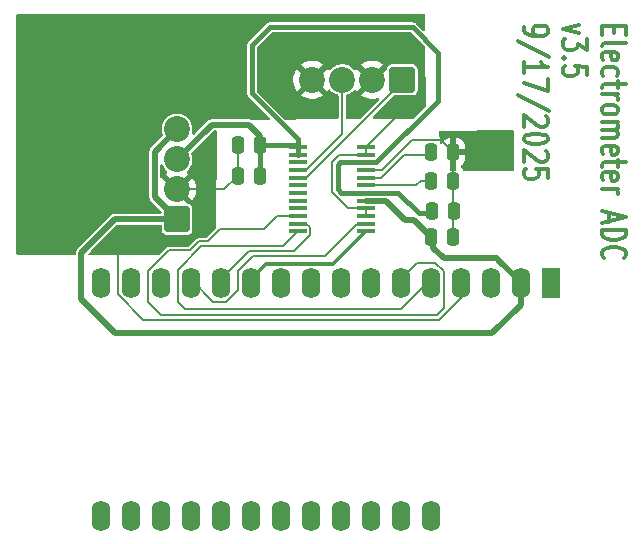
<source format=gbr>
%TF.GenerationSoftware,KiCad,Pcbnew,9.0.3*%
%TF.CreationDate,2025-09-23T16:22:55-07:00*%
%TF.ProjectId,ADC_and_voltage_boost,4144435f-616e-4645-9f76-6f6c74616765,v2.0*%
%TF.SameCoordinates,Original*%
%TF.FileFunction,Copper,L1,Top*%
%TF.FilePolarity,Positive*%
%FSLAX46Y46*%
G04 Gerber Fmt 4.6, Leading zero omitted, Abs format (unit mm)*
G04 Created by KiCad (PCBNEW 9.0.3) date 2025-09-23 16:22:55*
%MOMM*%
%LPD*%
G01*
G04 APERTURE LIST*
G04 Aperture macros list*
%AMRoundRect*
0 Rectangle with rounded corners*
0 $1 Rounding radius*
0 $2 $3 $4 $5 $6 $7 $8 $9 X,Y pos of 4 corners*
0 Add a 4 corners polygon primitive as box body*
4,1,4,$2,$3,$4,$5,$6,$7,$8,$9,$2,$3,0*
0 Add four circle primitives for the rounded corners*
1,1,$1+$1,$2,$3*
1,1,$1+$1,$4,$5*
1,1,$1+$1,$6,$7*
1,1,$1+$1,$8,$9*
0 Add four rect primitives between the rounded corners*
20,1,$1+$1,$2,$3,$4,$5,0*
20,1,$1+$1,$4,$5,$6,$7,0*
20,1,$1+$1,$6,$7,$8,$9,0*
20,1,$1+$1,$8,$9,$2,$3,0*%
G04 Aperture macros list end*
%ADD10C,0.300000*%
%TA.AperFunction,NonConductor*%
%ADD11C,0.300000*%
%TD*%
%TA.AperFunction,SMDPad,CuDef*%
%ADD12RoundRect,0.051250X-0.698750X-0.153750X0.698750X-0.153750X0.698750X0.153750X-0.698750X0.153750X0*%
%TD*%
%TA.AperFunction,SMDPad,CuDef*%
%ADD13RoundRect,0.250000X0.250000X0.475000X-0.250000X0.475000X-0.250000X-0.475000X0.250000X-0.475000X0*%
%TD*%
%TA.AperFunction,ComponentPad*%
%ADD14RoundRect,0.250000X-0.550000X1.050000X-0.550000X-1.050000X0.550000X-1.050000X0.550000X1.050000X0*%
%TD*%
%TA.AperFunction,ComponentPad*%
%ADD15O,1.600000X2.600000*%
%TD*%
%TA.AperFunction,ComponentPad*%
%ADD16RoundRect,0.249999X0.850001X0.850001X-0.850001X0.850001X-0.850001X-0.850001X0.850001X-0.850001X0*%
%TD*%
%TA.AperFunction,ComponentPad*%
%ADD17C,2.200000*%
%TD*%
%TA.AperFunction,SMDPad,CuDef*%
%ADD18RoundRect,0.250000X-0.250000X-0.475000X0.250000X-0.475000X0.250000X0.475000X-0.250000X0.475000X0*%
%TD*%
%TA.AperFunction,ComponentPad*%
%ADD19RoundRect,0.249999X0.850001X-0.850001X0.850001X0.850001X-0.850001X0.850001X-0.850001X-0.850001X0*%
%TD*%
%TA.AperFunction,ViaPad*%
%ADD20C,1.000000*%
%TD*%
%TA.AperFunction,Conductor*%
%ADD21C,0.200000*%
%TD*%
%TA.AperFunction,Conductor*%
%ADD22C,0.500000*%
%TD*%
%TA.AperFunction,Conductor*%
%ADD23C,0.300000*%
%TD*%
%TA.AperFunction,Conductor*%
%ADD24C,0.400000*%
%TD*%
G04 APERTURE END LIST*
D10*
D11*
X173549060Y-82989415D02*
X173549060Y-83506082D01*
X172475250Y-83727510D02*
X172475250Y-82989415D01*
X172475250Y-82989415D02*
X174525250Y-82989415D01*
X174525250Y-82989415D02*
X174525250Y-83727510D01*
X172475250Y-84613225D02*
X172572870Y-84465606D01*
X172572870Y-84465606D02*
X172768108Y-84391796D01*
X172768108Y-84391796D02*
X174525250Y-84391796D01*
X172572870Y-85794177D02*
X172475250Y-85646558D01*
X172475250Y-85646558D02*
X172475250Y-85351320D01*
X172475250Y-85351320D02*
X172572870Y-85203701D01*
X172572870Y-85203701D02*
X172768108Y-85129892D01*
X172768108Y-85129892D02*
X173549060Y-85129892D01*
X173549060Y-85129892D02*
X173744298Y-85203701D01*
X173744298Y-85203701D02*
X173841917Y-85351320D01*
X173841917Y-85351320D02*
X173841917Y-85646558D01*
X173841917Y-85646558D02*
X173744298Y-85794177D01*
X173744298Y-85794177D02*
X173549060Y-85867987D01*
X173549060Y-85867987D02*
X173353822Y-85867987D01*
X173353822Y-85867987D02*
X173158584Y-85129892D01*
X172572870Y-87196558D02*
X172475250Y-87048939D01*
X172475250Y-87048939D02*
X172475250Y-86753701D01*
X172475250Y-86753701D02*
X172572870Y-86606082D01*
X172572870Y-86606082D02*
X172670489Y-86532272D01*
X172670489Y-86532272D02*
X172865727Y-86458463D01*
X172865727Y-86458463D02*
X173451441Y-86458463D01*
X173451441Y-86458463D02*
X173646679Y-86532272D01*
X173646679Y-86532272D02*
X173744298Y-86606082D01*
X173744298Y-86606082D02*
X173841917Y-86753701D01*
X173841917Y-86753701D02*
X173841917Y-87048939D01*
X173841917Y-87048939D02*
X173744298Y-87196558D01*
X173841917Y-87639415D02*
X173841917Y-88229891D01*
X174525250Y-87860843D02*
X172768108Y-87860843D01*
X172768108Y-87860843D02*
X172572870Y-87934653D01*
X172572870Y-87934653D02*
X172475250Y-88082272D01*
X172475250Y-88082272D02*
X172475250Y-88229891D01*
X172475250Y-88746557D02*
X173841917Y-88746557D01*
X173451441Y-88746557D02*
X173646679Y-88820367D01*
X173646679Y-88820367D02*
X173744298Y-88894176D01*
X173744298Y-88894176D02*
X173841917Y-89041795D01*
X173841917Y-89041795D02*
X173841917Y-89189414D01*
X172475250Y-89927510D02*
X172572870Y-89779891D01*
X172572870Y-89779891D02*
X172670489Y-89706081D01*
X172670489Y-89706081D02*
X172865727Y-89632272D01*
X172865727Y-89632272D02*
X173451441Y-89632272D01*
X173451441Y-89632272D02*
X173646679Y-89706081D01*
X173646679Y-89706081D02*
X173744298Y-89779891D01*
X173744298Y-89779891D02*
X173841917Y-89927510D01*
X173841917Y-89927510D02*
X173841917Y-90148938D01*
X173841917Y-90148938D02*
X173744298Y-90296557D01*
X173744298Y-90296557D02*
X173646679Y-90370367D01*
X173646679Y-90370367D02*
X173451441Y-90444176D01*
X173451441Y-90444176D02*
X172865727Y-90444176D01*
X172865727Y-90444176D02*
X172670489Y-90370367D01*
X172670489Y-90370367D02*
X172572870Y-90296557D01*
X172572870Y-90296557D02*
X172475250Y-90148938D01*
X172475250Y-90148938D02*
X172475250Y-89927510D01*
X172475250Y-91108462D02*
X173841917Y-91108462D01*
X173646679Y-91108462D02*
X173744298Y-91182272D01*
X173744298Y-91182272D02*
X173841917Y-91329891D01*
X173841917Y-91329891D02*
X173841917Y-91551319D01*
X173841917Y-91551319D02*
X173744298Y-91698938D01*
X173744298Y-91698938D02*
X173549060Y-91772748D01*
X173549060Y-91772748D02*
X172475250Y-91772748D01*
X173549060Y-91772748D02*
X173744298Y-91846557D01*
X173744298Y-91846557D02*
X173841917Y-91994176D01*
X173841917Y-91994176D02*
X173841917Y-92215605D01*
X173841917Y-92215605D02*
X173744298Y-92363224D01*
X173744298Y-92363224D02*
X173549060Y-92437034D01*
X173549060Y-92437034D02*
X172475250Y-92437034D01*
X172572870Y-93765605D02*
X172475250Y-93617986D01*
X172475250Y-93617986D02*
X172475250Y-93322748D01*
X172475250Y-93322748D02*
X172572870Y-93175129D01*
X172572870Y-93175129D02*
X172768108Y-93101320D01*
X172768108Y-93101320D02*
X173549060Y-93101320D01*
X173549060Y-93101320D02*
X173744298Y-93175129D01*
X173744298Y-93175129D02*
X173841917Y-93322748D01*
X173841917Y-93322748D02*
X173841917Y-93617986D01*
X173841917Y-93617986D02*
X173744298Y-93765605D01*
X173744298Y-93765605D02*
X173549060Y-93839415D01*
X173549060Y-93839415D02*
X173353822Y-93839415D01*
X173353822Y-93839415D02*
X173158584Y-93101320D01*
X173841917Y-94282272D02*
X173841917Y-94872748D01*
X174525250Y-94503700D02*
X172768108Y-94503700D01*
X172768108Y-94503700D02*
X172572870Y-94577510D01*
X172572870Y-94577510D02*
X172475250Y-94725129D01*
X172475250Y-94725129D02*
X172475250Y-94872748D01*
X172572870Y-95979890D02*
X172475250Y-95832271D01*
X172475250Y-95832271D02*
X172475250Y-95537033D01*
X172475250Y-95537033D02*
X172572870Y-95389414D01*
X172572870Y-95389414D02*
X172768108Y-95315605D01*
X172768108Y-95315605D02*
X173549060Y-95315605D01*
X173549060Y-95315605D02*
X173744298Y-95389414D01*
X173744298Y-95389414D02*
X173841917Y-95537033D01*
X173841917Y-95537033D02*
X173841917Y-95832271D01*
X173841917Y-95832271D02*
X173744298Y-95979890D01*
X173744298Y-95979890D02*
X173549060Y-96053700D01*
X173549060Y-96053700D02*
X173353822Y-96053700D01*
X173353822Y-96053700D02*
X173158584Y-95315605D01*
X172475250Y-96717985D02*
X173841917Y-96717985D01*
X173451441Y-96717985D02*
X173646679Y-96791795D01*
X173646679Y-96791795D02*
X173744298Y-96865604D01*
X173744298Y-96865604D02*
X173841917Y-97013223D01*
X173841917Y-97013223D02*
X173841917Y-97160842D01*
X173060965Y-98784652D02*
X173060965Y-99522747D01*
X172475250Y-98637033D02*
X174525250Y-99153699D01*
X174525250Y-99153699D02*
X172475250Y-99670366D01*
X172475250Y-100187032D02*
X174525250Y-100187032D01*
X174525250Y-100187032D02*
X174525250Y-100556080D01*
X174525250Y-100556080D02*
X174427631Y-100777508D01*
X174427631Y-100777508D02*
X174232393Y-100925127D01*
X174232393Y-100925127D02*
X174037155Y-100998937D01*
X174037155Y-100998937D02*
X173646679Y-101072746D01*
X173646679Y-101072746D02*
X173353822Y-101072746D01*
X173353822Y-101072746D02*
X172963346Y-100998937D01*
X172963346Y-100998937D02*
X172768108Y-100925127D01*
X172768108Y-100925127D02*
X172572870Y-100777508D01*
X172572870Y-100777508D02*
X172475250Y-100556080D01*
X172475250Y-100556080D02*
X172475250Y-100187032D01*
X172670489Y-102622746D02*
X172572870Y-102548937D01*
X172572870Y-102548937D02*
X172475250Y-102327508D01*
X172475250Y-102327508D02*
X172475250Y-102179889D01*
X172475250Y-102179889D02*
X172572870Y-101958461D01*
X172572870Y-101958461D02*
X172768108Y-101810842D01*
X172768108Y-101810842D02*
X172963346Y-101737032D01*
X172963346Y-101737032D02*
X173353822Y-101663223D01*
X173353822Y-101663223D02*
X173646679Y-101663223D01*
X173646679Y-101663223D02*
X174037155Y-101737032D01*
X174037155Y-101737032D02*
X174232393Y-101810842D01*
X174232393Y-101810842D02*
X174427631Y-101958461D01*
X174427631Y-101958461D02*
X174525250Y-102179889D01*
X174525250Y-102179889D02*
X174525250Y-102327508D01*
X174525250Y-102327508D02*
X174427631Y-102548937D01*
X174427631Y-102548937D02*
X174330012Y-102622746D01*
X170541532Y-82841796D02*
X169174865Y-83210844D01*
X169174865Y-83210844D02*
X170541532Y-83579891D01*
X171224865Y-84022748D02*
X171224865Y-84982272D01*
X171224865Y-84982272D02*
X170443913Y-84465605D01*
X170443913Y-84465605D02*
X170443913Y-84687034D01*
X170443913Y-84687034D02*
X170346294Y-84834653D01*
X170346294Y-84834653D02*
X170248675Y-84908462D01*
X170248675Y-84908462D02*
X170053437Y-84982272D01*
X170053437Y-84982272D02*
X169565342Y-84982272D01*
X169565342Y-84982272D02*
X169370104Y-84908462D01*
X169370104Y-84908462D02*
X169272485Y-84834653D01*
X169272485Y-84834653D02*
X169174865Y-84687034D01*
X169174865Y-84687034D02*
X169174865Y-84244177D01*
X169174865Y-84244177D02*
X169272485Y-84096558D01*
X169272485Y-84096558D02*
X169370104Y-84022748D01*
X169370104Y-85646557D02*
X169272485Y-85720367D01*
X169272485Y-85720367D02*
X169174865Y-85646557D01*
X169174865Y-85646557D02*
X169272485Y-85572748D01*
X169272485Y-85572748D02*
X169370104Y-85646557D01*
X169370104Y-85646557D02*
X169174865Y-85646557D01*
X171224865Y-87122747D02*
X171224865Y-86384652D01*
X171224865Y-86384652D02*
X170248675Y-86310843D01*
X170248675Y-86310843D02*
X170346294Y-86384652D01*
X170346294Y-86384652D02*
X170443913Y-86532271D01*
X170443913Y-86532271D02*
X170443913Y-86901319D01*
X170443913Y-86901319D02*
X170346294Y-87048938D01*
X170346294Y-87048938D02*
X170248675Y-87122747D01*
X170248675Y-87122747D02*
X170053437Y-87196557D01*
X170053437Y-87196557D02*
X169565342Y-87196557D01*
X169565342Y-87196557D02*
X169370104Y-87122747D01*
X169370104Y-87122747D02*
X169272485Y-87048938D01*
X169272485Y-87048938D02*
X169174865Y-86901319D01*
X169174865Y-86901319D02*
X169174865Y-86532271D01*
X169174865Y-86532271D02*
X169272485Y-86384652D01*
X169272485Y-86384652D02*
X169370104Y-86310843D01*
X165874480Y-83063225D02*
X165874480Y-83358463D01*
X165874480Y-83358463D02*
X165972100Y-83506082D01*
X165972100Y-83506082D02*
X166069719Y-83579891D01*
X166069719Y-83579891D02*
X166362576Y-83727510D01*
X166362576Y-83727510D02*
X166753052Y-83801320D01*
X166753052Y-83801320D02*
X167534004Y-83801320D01*
X167534004Y-83801320D02*
X167729242Y-83727510D01*
X167729242Y-83727510D02*
X167826861Y-83653701D01*
X167826861Y-83653701D02*
X167924480Y-83506082D01*
X167924480Y-83506082D02*
X167924480Y-83210844D01*
X167924480Y-83210844D02*
X167826861Y-83063225D01*
X167826861Y-83063225D02*
X167729242Y-82989415D01*
X167729242Y-82989415D02*
X167534004Y-82915606D01*
X167534004Y-82915606D02*
X167045909Y-82915606D01*
X167045909Y-82915606D02*
X166850671Y-82989415D01*
X166850671Y-82989415D02*
X166753052Y-83063225D01*
X166753052Y-83063225D02*
X166655433Y-83210844D01*
X166655433Y-83210844D02*
X166655433Y-83506082D01*
X166655433Y-83506082D02*
X166753052Y-83653701D01*
X166753052Y-83653701D02*
X166850671Y-83727510D01*
X166850671Y-83727510D02*
X167045909Y-83801320D01*
X168022100Y-85572748D02*
X165386385Y-84244177D01*
X165874480Y-86901320D02*
X165874480Y-86015606D01*
X165874480Y-86458463D02*
X167924480Y-86458463D01*
X167924480Y-86458463D02*
X167631623Y-86310844D01*
X167631623Y-86310844D02*
X167436385Y-86163225D01*
X167436385Y-86163225D02*
X167338766Y-86015606D01*
X167924480Y-87417986D02*
X167924480Y-88451319D01*
X167924480Y-88451319D02*
X165874480Y-87787034D01*
X168022100Y-90148938D02*
X165386385Y-88820367D01*
X167729242Y-90591796D02*
X167826861Y-90665605D01*
X167826861Y-90665605D02*
X167924480Y-90813224D01*
X167924480Y-90813224D02*
X167924480Y-91182272D01*
X167924480Y-91182272D02*
X167826861Y-91329891D01*
X167826861Y-91329891D02*
X167729242Y-91403700D01*
X167729242Y-91403700D02*
X167534004Y-91477510D01*
X167534004Y-91477510D02*
X167338766Y-91477510D01*
X167338766Y-91477510D02*
X167045909Y-91403700D01*
X167045909Y-91403700D02*
X165874480Y-90517986D01*
X165874480Y-90517986D02*
X165874480Y-91477510D01*
X167924480Y-92437033D02*
X167924480Y-92584652D01*
X167924480Y-92584652D02*
X167826861Y-92732271D01*
X167826861Y-92732271D02*
X167729242Y-92806081D01*
X167729242Y-92806081D02*
X167534004Y-92879890D01*
X167534004Y-92879890D02*
X167143528Y-92953700D01*
X167143528Y-92953700D02*
X166655433Y-92953700D01*
X166655433Y-92953700D02*
X166264957Y-92879890D01*
X166264957Y-92879890D02*
X166069719Y-92806081D01*
X166069719Y-92806081D02*
X165972100Y-92732271D01*
X165972100Y-92732271D02*
X165874480Y-92584652D01*
X165874480Y-92584652D02*
X165874480Y-92437033D01*
X165874480Y-92437033D02*
X165972100Y-92289414D01*
X165972100Y-92289414D02*
X166069719Y-92215605D01*
X166069719Y-92215605D02*
X166264957Y-92141795D01*
X166264957Y-92141795D02*
X166655433Y-92067986D01*
X166655433Y-92067986D02*
X167143528Y-92067986D01*
X167143528Y-92067986D02*
X167534004Y-92141795D01*
X167534004Y-92141795D02*
X167729242Y-92215605D01*
X167729242Y-92215605D02*
X167826861Y-92289414D01*
X167826861Y-92289414D02*
X167924480Y-92437033D01*
X167729242Y-93544176D02*
X167826861Y-93617985D01*
X167826861Y-93617985D02*
X167924480Y-93765604D01*
X167924480Y-93765604D02*
X167924480Y-94134652D01*
X167924480Y-94134652D02*
X167826861Y-94282271D01*
X167826861Y-94282271D02*
X167729242Y-94356080D01*
X167729242Y-94356080D02*
X167534004Y-94429890D01*
X167534004Y-94429890D02*
X167338766Y-94429890D01*
X167338766Y-94429890D02*
X167045909Y-94356080D01*
X167045909Y-94356080D02*
X165874480Y-93470366D01*
X165874480Y-93470366D02*
X165874480Y-94429890D01*
X167924480Y-95832270D02*
X167924480Y-95094175D01*
X167924480Y-95094175D02*
X166948290Y-95020366D01*
X166948290Y-95020366D02*
X167045909Y-95094175D01*
X167045909Y-95094175D02*
X167143528Y-95241794D01*
X167143528Y-95241794D02*
X167143528Y-95610842D01*
X167143528Y-95610842D02*
X167045909Y-95758461D01*
X167045909Y-95758461D02*
X166948290Y-95832270D01*
X166948290Y-95832270D02*
X166753052Y-95906080D01*
X166753052Y-95906080D02*
X166264957Y-95906080D01*
X166264957Y-95906080D02*
X166069719Y-95832270D01*
X166069719Y-95832270D02*
X165972100Y-95758461D01*
X165972100Y-95758461D02*
X165874480Y-95610842D01*
X165874480Y-95610842D02*
X165874480Y-95241794D01*
X165874480Y-95241794D02*
X165972100Y-95094175D01*
X165972100Y-95094175D02*
X166069719Y-95020366D01*
D12*
%TO.P,U4,1,AVDD1*%
%TO.N,+5V*%
X146721000Y-93199000D03*
%TO.P,U4,2,CH0*%
X146721000Y-93849000D03*
%TO.P,U4,3,CH1*%
%TO.N,unconnected-(U4-CH1-Pad3)*%
X146721000Y-94499000D03*
%TO.P,U4,4,CH2*%
%TO.N,Net-(J2-Pin_3)*%
X146721000Y-95149000D03*
%TO.P,U4,5,CH3*%
%TO.N,Net-(J2-Pin_1)*%
X146721000Y-95799000D03*
%TO.P,U4,6,CH4*%
%TO.N,unconnected-(U4-CH4-Pad6)*%
X146721000Y-96449000D03*
%TO.P,U4,7,CH5*%
%TO.N,unconnected-(U4-CH5-Pad7)*%
X146721000Y-97099000D03*
%TO.P,U4,8,CH6*%
%TO.N,unconnected-(U4-CH6-Pad8)*%
X146721000Y-97749000D03*
%TO.P,U4,9,CH7*%
%TO.N,unconnected-(U4-CH7-Pad9)*%
X146721000Y-98399000D03*
%TO.P,U4,10,~{CS}*%
%TO.N,/~{CS}*%
X146721000Y-99049000D03*
%TO.P,U4,11,DIN*%
%TO.N,/MOSI*%
X146721000Y-99699000D03*
%TO.P,U4,12,SSTRB*%
%TO.N,/SSTRB*%
X146721000Y-100349000D03*
%TO.P,U4,13,SCLK*%
%TO.N,/SCK*%
X152491000Y-100349000D03*
%TO.P,U4,14,DOUT*%
%TO.N,/MISO*%
X152491000Y-99699000D03*
%TO.P,U4,15,DGND0*%
%TO.N,GND*%
X152491000Y-99049000D03*
%TO.P,U4,16,DGND*%
X152491000Y-98399000D03*
%TO.P,U4,17,DVDD0*%
%TO.N,+BATT*%
X152491000Y-97749000D03*
%TO.P,U4,18,DVDD*%
%TO.N,+5V*%
X152491000Y-97099000D03*
%TO.P,U4,19,REFCAP*%
%TO.N,Net-(U4-REFCAP)*%
X152491000Y-96449000D03*
%TO.P,U4,20,REF*%
%TO.N,Net-(U4-REF)*%
X152491000Y-95799000D03*
%TO.P,U4,21,AGND3*%
%TO.N,GND*%
X152491000Y-95149000D03*
%TO.P,U4,22,AVDD2*%
%TO.N,+5V*%
X152491000Y-94499000D03*
%TO.P,U4,23,AGND2*%
%TO.N,GND*%
X152491000Y-93849000D03*
%TO.P,U4,24,AGND1*%
X152491000Y-93199000D03*
%TD*%
D13*
%TO.P,C8,1*%
%TO.N,GND*%
X159921252Y-93655462D03*
%TO.P,C8,2*%
%TO.N,Net-(U4-REF)*%
X158021252Y-93655462D03*
%TD*%
D14*
%TO.P,A1,1,~{RESET}*%
%TO.N,unconnected-(A1-~{RESET}-Pad1)*%
X168148000Y-104694000D03*
D15*
%TO.P,A1,2,3V3*%
%TO.N,+BATT*%
X165608000Y-104694000D03*
%TO.P,A1,3,AREF*%
%TO.N,unconnected-(A1-AREF-Pad3)*%
X163068000Y-104694000D03*
%TO.P,A1,4,GND*%
%TO.N,GND*%
X160528000Y-104694000D03*
%TO.P,A1,5,A0*%
%TO.N,/SSTRB*%
X157988000Y-104694000D03*
%TO.P,A1,6,A1*%
%TO.N,/~{CS}*%
X155448000Y-104694000D03*
%TO.P,A1,7,A2*%
%TO.N,unconnected-(A1-A2-Pad7)*%
X152908000Y-104694000D03*
%TO.P,A1,8,A3*%
%TO.N,unconnected-(A1-A3-Pad8)*%
X150368000Y-104694000D03*
%TO.P,A1,9,A4*%
%TO.N,unconnected-(A1-A4-Pad9)*%
X147828000Y-104694000D03*
%TO.P,A1,10,A5*%
%TO.N,unconnected-(A1-A5-Pad10)*%
X145288000Y-104694000D03*
%TO.P,A1,11,SCK*%
%TO.N,/SCK*%
X142748000Y-104694000D03*
%TO.P,A1,12,MOSI*%
%TO.N,/MOSI*%
X140208000Y-104694000D03*
%TO.P,A1,13,MISO*%
%TO.N,/MISO*%
X137668000Y-104694000D03*
%TO.P,A1,14,RX*%
%TO.N,unconnected-(A1-RX-Pad14)*%
X135128000Y-104694000D03*
%TO.P,A1,15,TX*%
%TO.N,unconnected-(A1-TX-Pad15)*%
X132588000Y-104694000D03*
%TO.P,A1,16,SPARE*%
%TO.N,unconnected-(A1-SPARE-Pad16)*%
X130048000Y-104694000D03*
%TO.P,A1,17,SDA*%
%TO.N,unconnected-(A1-SDA-Pad17)*%
X130048000Y-124414000D03*
%TO.P,A1,18,SCL*%
%TO.N,unconnected-(A1-SCL-Pad18)*%
X132588000Y-124414000D03*
%TO.P,A1,19,D0*%
%TO.N,unconnected-(A1-D0-Pad19)*%
X135128000Y-124414000D03*
%TO.P,A1,20,D1*%
%TO.N,unconnected-(A1-D1-Pad20)*%
X137668000Y-124414000D03*
%TO.P,A1,21,D2*%
%TO.N,unconnected-(A1-D2-Pad21)*%
X140208000Y-124414000D03*
%TO.P,A1,22,D3*%
%TO.N,unconnected-(A1-D3-Pad22)*%
X142748000Y-124414000D03*
%TO.P,A1,23,D4*%
%TO.N,unconnected-(A1-D4-Pad23)*%
X145288000Y-124414000D03*
%TO.P,A1,24,D5*%
%TO.N,unconnected-(A1-D5-Pad24)*%
X147828000Y-124414000D03*
%TO.P,A1,25,D6*%
%TO.N,unconnected-(A1-D6-Pad25)*%
X150368000Y-124414000D03*
%TO.P,A1,26,USB*%
%TO.N,unconnected-(A1-USB-Pad26)*%
X152908000Y-124414000D03*
%TO.P,A1,27,EN*%
%TO.N,unconnected-(A1-EN-Pad27)*%
X155448000Y-124414000D03*
%TO.P,A1,28,VBAT*%
%TO.N,unconnected-(A1-VBAT-Pad28)*%
X157988000Y-124414000D03*
%TD*%
D16*
%TO.P,J2,1,Pin_1*%
%TO.N,Net-(J2-Pin_1)*%
X155579000Y-87507000D03*
D17*
%TO.P,J2,2,Pin_2*%
%TO.N,GND*%
X153039000Y-87507000D03*
%TO.P,J2,3,Pin_3*%
%TO.N,Net-(J2-Pin_3)*%
X150499000Y-87507000D03*
%TO.P,J2,4,Pin_4*%
%TO.N,GND*%
X147959000Y-87507000D03*
%TD*%
D18*
%TO.P,C11,1*%
%TO.N,GND*%
X141671000Y-95631000D03*
%TO.P,C11,2*%
%TO.N,+5V*%
X143571000Y-95631000D03*
%TD*%
D13*
%TO.P,C9,1*%
%TO.N,GND*%
X159900000Y-96068462D03*
%TO.P,C9,2*%
%TO.N,Net-(U4-REFCAP)*%
X158000000Y-96068462D03*
%TD*%
D18*
%TO.P,C2,1*%
%TO.N,+5V*%
X158082252Y-98608462D03*
%TO.P,C2,2*%
%TO.N,GND*%
X159982252Y-98608462D03*
%TD*%
%TO.P,C3,1*%
%TO.N,+BATT*%
X158010252Y-100802462D03*
%TO.P,C3,2*%
%TO.N,GND*%
X159910252Y-100802462D03*
%TD*%
D13*
%TO.P,C1,1*%
%TO.N,+5V*%
X143571000Y-93002500D03*
%TO.P,C1,2*%
%TO.N,GND*%
X141671000Y-93002500D03*
%TD*%
D19*
%TO.P,J1,1,Pin_1*%
%TO.N,+BATT*%
X136525000Y-99314000D03*
D17*
%TO.P,J1,2,Pin_2*%
%TO.N,GND*%
X136525000Y-96774000D03*
%TO.P,J1,3,Pin_3*%
%TO.N,+5V*%
X136525000Y-94234000D03*
%TO.P,J1,4,Pin_4*%
%TO.N,+BATT*%
X136525000Y-91694000D03*
%TD*%
D20*
%TO.N,GND*%
X144780000Y-85598000D03*
X126873000Y-86995000D03*
X163576000Y-93472000D03*
%TD*%
D21*
%TO.N,Net-(J2-Pin_1)*%
X147470999Y-95799000D02*
X146721000Y-95799000D01*
X155579000Y-87690999D02*
X147470999Y-95799000D01*
X155579000Y-87507000D02*
X155579000Y-87690999D01*
%TO.N,Net-(J2-Pin_3)*%
X147470999Y-95149000D02*
X146721000Y-95149000D01*
X150499000Y-92120999D02*
X147470999Y-95149000D01*
X150499000Y-87507000D02*
X150499000Y-92120999D01*
D22*
%TO.N,+BATT*%
X158234500Y-101734500D02*
X158234500Y-101026710D01*
X163576000Y-102616000D02*
X159116000Y-102616000D01*
X136525000Y-91694000D02*
X134620000Y-93599000D01*
X128947000Y-101600000D02*
X128407116Y-102139884D01*
X165608000Y-106553000D02*
X165608000Y-104394000D01*
X131233000Y-99314000D02*
X128947000Y-101600000D01*
X128407116Y-102139884D02*
X128407116Y-106083636D01*
X128407116Y-106083636D02*
X131289480Y-108966000D01*
X156614790Y-99407000D02*
X155834058Y-99407000D01*
X131289480Y-108966000D02*
X163195000Y-108966000D01*
X165354000Y-104394000D02*
X165608000Y-104394000D01*
X134620000Y-93599000D02*
X134620000Y-97409000D01*
X163195000Y-108966000D02*
X165608000Y-106553000D01*
X155834058Y-99407000D02*
X154176058Y-97749000D01*
X159116000Y-102616000D02*
X158234500Y-101734500D01*
X154176058Y-97749000D02*
X152491000Y-97749000D01*
X136525000Y-99314000D02*
X131233000Y-99314000D01*
X158234500Y-101026710D02*
X156614790Y-99407000D01*
X134620000Y-97409000D02*
X136525000Y-99314000D01*
X163703000Y-102743000D02*
X165354000Y-104394000D01*
D21*
%TO.N,Net-(U4-REF)*%
X153756000Y-95799000D02*
X155702000Y-93853000D01*
X152491000Y-95799000D02*
X153756000Y-95799000D01*
X157823714Y-93853000D02*
X158021252Y-93655462D01*
X155702000Y-93853000D02*
X157823714Y-93853000D01*
%TO.N,Net-(U4-REFCAP)*%
X157169538Y-96068462D02*
X158000000Y-96068462D01*
X157884714Y-96266000D02*
X158082252Y-96068462D01*
X156789000Y-96449000D02*
X157169538Y-96068462D01*
X152491000Y-96449000D02*
X156789000Y-96449000D01*
%TO.N,/MOSI*%
X147772000Y-100000001D02*
X147470999Y-99699000D01*
X140208000Y-104394000D02*
X142601000Y-102001000D01*
X147772000Y-100650078D02*
X147772000Y-100000001D01*
X146421078Y-102001000D02*
X147772000Y-100650078D01*
X147470999Y-99699000D02*
X146721000Y-99699000D01*
X142601000Y-102001000D02*
X146421078Y-102001000D01*
D23*
%TO.N,/SCK*%
X142748000Y-104394000D02*
X144049000Y-103093000D01*
X149747000Y-103093000D02*
X152491000Y-100349000D01*
X144049000Y-103093000D02*
X149747000Y-103093000D01*
D21*
%TO.N,/~{CS}*%
X158496000Y-107442000D02*
X135128000Y-107442000D01*
X156845000Y-102997000D02*
X158348049Y-102997000D01*
X135128000Y-107442000D02*
X134027000Y-106341000D01*
X139105951Y-101199000D02*
X140185951Y-100119000D01*
X134027000Y-106341000D02*
X134027000Y-103737951D01*
X134027000Y-103737951D02*
X135819047Y-101945904D01*
X146605000Y-98933000D02*
X146721000Y-99049000D01*
X138390900Y-101199000D02*
X139105951Y-101199000D01*
X137643996Y-101945904D02*
X138390900Y-101199000D01*
X158348049Y-102997000D02*
X159089000Y-103737951D01*
X159089000Y-106849000D02*
X158496000Y-107442000D01*
X140185951Y-100119000D02*
X143915900Y-100119000D01*
X144985900Y-99049000D02*
X146721000Y-99049000D01*
X135819047Y-101945904D02*
X137643996Y-101945904D01*
X159089000Y-103737951D02*
X159089000Y-106849000D01*
X155448000Y-104394000D02*
X156845000Y-102997000D01*
X143915900Y-100119000D02*
X144985900Y-99049000D01*
%TO.N,/MISO*%
X141647000Y-103737951D02*
X142982951Y-102402000D01*
X139569000Y-106295000D02*
X140664049Y-106295000D01*
X151741001Y-99699000D02*
X152491000Y-99699000D01*
X149038001Y-102402000D02*
X151741001Y-99699000D01*
X142982951Y-102402000D02*
X149038001Y-102402000D01*
X140664049Y-106295000D02*
X141647000Y-105312049D01*
X141647000Y-105312049D02*
X141647000Y-103737951D01*
X137668000Y-104394000D02*
X139569000Y-106295000D01*
D24*
%TO.N,+5V*%
X153405000Y-94499000D02*
X158623000Y-89281000D01*
D22*
X136525000Y-94234000D02*
X139446000Y-91313000D01*
D24*
X143571000Y-93002500D02*
X146524500Y-93002500D01*
X150357000Y-94499000D02*
X152491000Y-94499000D01*
X146524500Y-93002500D02*
X146721000Y-93199000D01*
X150114000Y-96774000D02*
X150114000Y-94742000D01*
X158623000Y-89281000D02*
X158623000Y-85217000D01*
X156972000Y-98806000D02*
X157884714Y-98806000D01*
X152491000Y-97099000D02*
X150439000Y-97099000D01*
D22*
X143571000Y-92263000D02*
X143571000Y-93002500D01*
D24*
X144399000Y-83058000D02*
X142875000Y-84582000D01*
X146721000Y-92492000D02*
X146721000Y-93199000D01*
X157884714Y-98806000D02*
X158082252Y-98608462D01*
X156464000Y-83058000D02*
X144399000Y-83058000D01*
X155265000Y-97099000D02*
X156972000Y-98806000D01*
X150114000Y-94742000D02*
X150357000Y-94499000D01*
X152491000Y-97099000D02*
X155265000Y-97099000D01*
X143571000Y-95631000D02*
X143571000Y-93002500D01*
X158623000Y-85217000D02*
X156464000Y-83058000D01*
D22*
X142621000Y-91313000D02*
X143571000Y-92263000D01*
D24*
X146721000Y-93199000D02*
X146721000Y-93849000D01*
X150439000Y-97099000D02*
X150114000Y-96774000D01*
X152491000Y-94499000D02*
X153405000Y-94499000D01*
X142875000Y-88646000D02*
X146721000Y-92492000D01*
D22*
X139446000Y-91313000D02*
X142621000Y-91313000D01*
D24*
X142875000Y-84582000D02*
X142875000Y-88646000D01*
D21*
%TO.N,GND*%
X138045000Y-100715000D02*
X138176000Y-100584000D01*
X160179790Y-98806000D02*
X159982252Y-98608462D01*
X136525000Y-96774000D02*
X140528000Y-96774000D01*
X154440000Y-86106000D02*
X153039000Y-87507000D01*
X159910252Y-100802462D02*
X159910252Y-98680462D01*
X152491000Y-93199000D02*
X156980000Y-88710000D01*
X152491000Y-99049000D02*
X152491000Y-98399000D01*
X149613000Y-96981520D02*
X149613000Y-94481000D01*
X150245000Y-93849000D02*
X152491000Y-93849000D01*
X153838900Y-95149000D02*
X152491000Y-95149000D01*
X156404900Y-92583000D02*
X153838900Y-95149000D01*
X132584000Y-100715000D02*
X138045000Y-100715000D01*
X158662100Y-107843000D02*
X133679951Y-107843000D01*
X156664160Y-86106000D02*
X154440000Y-86106000D01*
X131487000Y-105650049D02*
X131487000Y-101812000D01*
X159921252Y-93655462D02*
X158848790Y-92583000D01*
X159910252Y-98680462D02*
X159982252Y-98608462D01*
X147959000Y-87507000D02*
X149360000Y-86106000D01*
X160528000Y-105977100D02*
X158662100Y-107843000D01*
X138176000Y-98425000D02*
X136525000Y-96774000D01*
X140528000Y-96774000D02*
X141671000Y-95631000D01*
X151030480Y-98399000D02*
X149613000Y-96981520D01*
X149360000Y-86106000D02*
X151638000Y-86106000D01*
X151638000Y-86106000D02*
X153039000Y-87507000D01*
X158848790Y-92583000D02*
X156404900Y-92583000D01*
X159921252Y-98547462D02*
X159982252Y-98608462D01*
X152491000Y-98399000D02*
X151030480Y-98399000D01*
X149613000Y-94481000D02*
X150245000Y-93849000D01*
X138176000Y-100584000D02*
X138176000Y-98425000D01*
X156980000Y-86421840D02*
X156664160Y-86106000D01*
X152491000Y-93199000D02*
X152491000Y-93693000D01*
X156980000Y-88710000D02*
X156980000Y-86421840D01*
X160528000Y-104394000D02*
X160528000Y-105977100D01*
X141671000Y-93002500D02*
X141671000Y-95631000D01*
X131487000Y-101812000D02*
X132584000Y-100715000D01*
X133679951Y-107843000D02*
X131487000Y-105650049D01*
X159921252Y-93655462D02*
X159921252Y-98547462D01*
%TO.N,/SSTRB*%
X145470000Y-101600000D02*
X146721000Y-100349000D01*
X136567000Y-103590000D02*
X138557000Y-101600000D01*
X137160000Y-106934000D02*
X136567000Y-106341000D01*
X157988000Y-104394000D02*
X155448000Y-106934000D01*
X138557000Y-101600000D02*
X145470000Y-101600000D01*
X136567000Y-106341000D02*
X136567000Y-103590000D01*
X155448000Y-106934000D02*
X137160000Y-106934000D01*
%TD*%
%TA.AperFunction,Conductor*%
%TO.N,GND*%
G36*
X157429171Y-81927185D02*
G01*
X157474926Y-81979989D01*
X157486123Y-82029969D01*
X157500852Y-83223050D01*
X157481996Y-83290328D01*
X157429761Y-83336731D01*
X157360730Y-83347527D01*
X157296821Y-83319289D01*
X157289180Y-83312262D01*
X156794111Y-82817193D01*
X156794109Y-82817190D01*
X156711880Y-82734961D01*
X156711878Y-82734959D01*
X156619823Y-82681811D01*
X156619822Y-82681810D01*
X156619821Y-82681810D01*
X156619819Y-82681809D01*
X156607011Y-82678377D01*
X156607003Y-82678376D01*
X156598124Y-82675997D01*
X156517148Y-82654299D01*
X156410852Y-82654299D01*
X156410848Y-82654300D01*
X144452148Y-82654300D01*
X144345851Y-82654300D01*
X144243177Y-82681811D01*
X144243174Y-82681812D01*
X144151125Y-82734957D01*
X144151119Y-82734961D01*
X142551961Y-84334119D01*
X142551957Y-84334125D01*
X142498810Y-84426176D01*
X142498811Y-84426176D01*
X142498811Y-84426178D01*
X142471299Y-84528853D01*
X142471299Y-84645137D01*
X142471300Y-84645150D01*
X142471300Y-88592848D01*
X142471299Y-88592852D01*
X142471299Y-88699148D01*
X142488316Y-88762654D01*
X142490900Y-88772299D01*
X142490901Y-88772305D01*
X142498810Y-88801822D01*
X142503936Y-88810700D01*
X142551959Y-88893878D01*
X142551961Y-88893880D01*
X142634187Y-88976106D01*
X142634193Y-88976111D01*
X144378401Y-90720319D01*
X144411886Y-90781642D01*
X144406902Y-90851334D01*
X144365030Y-90907267D01*
X144299566Y-90931684D01*
X144290720Y-90932000D01*
X142901715Y-90932000D01*
X142839714Y-90915386D01*
X142833990Y-90912081D01*
X142833989Y-90912081D01*
X142796122Y-90890219D01*
X142680731Y-90859300D01*
X139386269Y-90859300D01*
X139270878Y-90890219D01*
X139270876Y-90890219D01*
X139270872Y-90890221D01*
X139233009Y-90912081D01*
X139167428Y-90949944D01*
X139167419Y-90949951D01*
X138005925Y-92111445D01*
X137944602Y-92144930D01*
X137874910Y-92139946D01*
X137818977Y-92098074D01*
X137794560Y-92032610D01*
X137796901Y-92004264D01*
X137795836Y-92004096D01*
X137816260Y-91875146D01*
X137828700Y-91796603D01*
X137828700Y-91591397D01*
X137796598Y-91388716D01*
X137796597Y-91388712D01*
X137796597Y-91388711D01*
X137733187Y-91193555D01*
X137733186Y-91193552D01*
X137640023Y-91010711D01*
X137595878Y-90949951D01*
X137519406Y-90844697D01*
X137374303Y-90699594D01*
X137208288Y-90578976D01*
X137025447Y-90485813D01*
X137025444Y-90485812D01*
X136830286Y-90422402D01*
X136695163Y-90401000D01*
X136627603Y-90390300D01*
X136422397Y-90390300D01*
X136354836Y-90401000D01*
X136219714Y-90422402D01*
X136219711Y-90422402D01*
X136024555Y-90485812D01*
X136024552Y-90485813D01*
X135841711Y-90578976D01*
X135675695Y-90699595D01*
X135530595Y-90844695D01*
X135409976Y-91010711D01*
X135316813Y-91193552D01*
X135316812Y-91193555D01*
X135253402Y-91388711D01*
X135253402Y-91388714D01*
X135253402Y-91388716D01*
X135221300Y-91591397D01*
X135221300Y-91796603D01*
X135233740Y-91875146D01*
X135253402Y-91999285D01*
X135253402Y-91999288D01*
X135309544Y-92172076D01*
X135311539Y-92241918D01*
X135279294Y-92298075D01*
X134256950Y-93320420D01*
X134256948Y-93320422D01*
X134223787Y-93377862D01*
X134223786Y-93377863D01*
X134197219Y-93423877D01*
X134197219Y-93423878D01*
X134166300Y-93539269D01*
X134166300Y-97468731D01*
X134197219Y-97584122D01*
X134219081Y-97621989D01*
X134256949Y-97687578D01*
X134256951Y-97687580D01*
X135184981Y-98615610D01*
X135199684Y-98642537D01*
X135216277Y-98668356D01*
X135217168Y-98674556D01*
X135218466Y-98676933D01*
X135221300Y-98703291D01*
X135221300Y-98736300D01*
X135201615Y-98803339D01*
X135148811Y-98849094D01*
X135097300Y-98860300D01*
X131173269Y-98860300D01*
X131057878Y-98891219D01*
X131057876Y-98891219D01*
X131057876Y-98891220D01*
X130954422Y-98950950D01*
X130954419Y-98950952D01*
X128583949Y-101321422D01*
X128044066Y-101861304D01*
X128044064Y-101861306D01*
X128025959Y-101892665D01*
X128018307Y-101905921D01*
X127984335Y-101964762D01*
X127953416Y-102080153D01*
X127953416Y-102080155D01*
X127953416Y-102238000D01*
X127933731Y-102305039D01*
X127880927Y-102350794D01*
X127829416Y-102362000D01*
X123052500Y-102362000D01*
X122985461Y-102342315D01*
X122939706Y-102289511D01*
X122928500Y-102238000D01*
X122928500Y-82031500D01*
X122948185Y-81964461D01*
X123000989Y-81918706D01*
X123052500Y-81907500D01*
X157362132Y-81907500D01*
X157429171Y-81927185D01*
G37*
%TD.AperFunction*%
%TA.AperFunction,Conductor*%
G36*
X139818257Y-91786385D02*
G01*
X139864012Y-91839189D01*
X139875211Y-91892023D01*
X139788279Y-100037127D01*
X139767880Y-100103953D01*
X139751967Y-100123485D01*
X139016473Y-100858981D01*
X138955150Y-100892466D01*
X138928792Y-100895300D01*
X138350913Y-100895300D01*
X138273678Y-100915994D01*
X138204424Y-100955979D01*
X138204421Y-100955981D01*
X137554518Y-101605885D01*
X137493195Y-101639370D01*
X137466837Y-101642204D01*
X135779060Y-101642204D01*
X135701825Y-101662898D01*
X135632571Y-101702883D01*
X135632568Y-101702885D01*
X135576024Y-101759430D01*
X135009774Y-102325681D01*
X134948451Y-102359166D01*
X134922093Y-102362000D01*
X129125990Y-102362000D01*
X129058951Y-102342315D01*
X129013196Y-102289511D01*
X129003252Y-102220353D01*
X129032277Y-102156797D01*
X129038301Y-102150326D01*
X129215371Y-101973255D01*
X129215376Y-101973252D01*
X129225576Y-101963051D01*
X129225578Y-101963051D01*
X131384609Y-99804018D01*
X131445932Y-99770534D01*
X131472290Y-99767700D01*
X135097300Y-99767700D01*
X135164339Y-99787385D01*
X135210094Y-99840189D01*
X135221300Y-99891700D01*
X135221300Y-100218658D01*
X135224173Y-100249302D01*
X135224173Y-100249304D01*
X135269344Y-100378390D01*
X135269346Y-100378395D01*
X135350561Y-100488439D01*
X135460605Y-100569654D01*
X135507532Y-100586074D01*
X135589696Y-100614826D01*
X135620342Y-100617700D01*
X135620346Y-100617700D01*
X137429658Y-100617700D01*
X137460302Y-100614826D01*
X137460304Y-100614826D01*
X137522631Y-100593015D01*
X137589395Y-100569654D01*
X137699439Y-100488439D01*
X137780654Y-100378395D01*
X137804015Y-100311631D01*
X137825826Y-100249304D01*
X137825826Y-100249302D01*
X137828700Y-100218658D01*
X137828700Y-98409341D01*
X137825826Y-98378697D01*
X137825826Y-98378695D01*
X137780655Y-98249609D01*
X137780654Y-98249605D01*
X137699439Y-98139561D01*
X137589395Y-98058346D01*
X137589391Y-98058344D01*
X137589390Y-98058344D01*
X137460303Y-98013173D01*
X137449976Y-98012205D01*
X137385068Y-97986346D01*
X137373875Y-97976428D01*
X136695233Y-97297787D01*
X136737292Y-97286518D01*
X136862708Y-97214110D01*
X136965110Y-97111708D01*
X137037518Y-96986292D01*
X137048787Y-96944235D01*
X137819250Y-97714698D01*
X137819250Y-97714697D01*
X137893442Y-97612581D01*
X137893446Y-97612575D01*
X138007780Y-97388184D01*
X138085602Y-97148669D01*
X138125000Y-96899928D01*
X138125000Y-96648071D01*
X138085602Y-96399330D01*
X138007780Y-96159815D01*
X137893442Y-95935416D01*
X137819250Y-95833301D01*
X137819250Y-95833300D01*
X137048787Y-96603764D01*
X137037518Y-96561708D01*
X136965110Y-96436292D01*
X136862708Y-96333890D01*
X136737292Y-96261482D01*
X136695232Y-96250212D01*
X137465698Y-95479748D01*
X137465697Y-95479747D01*
X137384551Y-95420791D01*
X137341885Y-95365461D01*
X137335906Y-95295848D01*
X137368512Y-95234053D01*
X137370859Y-95231852D01*
X137370858Y-95231851D01*
X137434611Y-95168098D01*
X137519406Y-95083303D01*
X137640024Y-94917288D01*
X137733186Y-94734447D01*
X137777258Y-94598807D01*
X137796597Y-94539288D01*
X137796597Y-94539287D01*
X137796598Y-94539284D01*
X137828700Y-94336603D01*
X137828700Y-94131397D01*
X137796598Y-93928716D01*
X137796597Y-93928712D01*
X137796597Y-93928711D01*
X137740454Y-93755922D01*
X137738459Y-93686081D01*
X137770702Y-93629925D01*
X139597610Y-91803019D01*
X139624537Y-91788315D01*
X139650356Y-91771723D01*
X139656556Y-91770831D01*
X139658933Y-91769534D01*
X139685291Y-91766700D01*
X139751218Y-91766700D01*
X139818257Y-91786385D01*
G37*
%TD.AperFunction*%
%TA.AperFunction,Conductor*%
G36*
X135278903Y-94675412D02*
G01*
X135315631Y-94730808D01*
X135316811Y-94734441D01*
X135316813Y-94734447D01*
X135386278Y-94870778D01*
X135409976Y-94917288D01*
X135480687Y-95014613D01*
X135530595Y-95083304D01*
X135679142Y-95231851D01*
X135677727Y-95233265D01*
X135711299Y-95284731D01*
X135711774Y-95354599D01*
X135674400Y-95413632D01*
X135665447Y-95420791D01*
X135584301Y-95479746D01*
X135584300Y-95479748D01*
X136354765Y-96250212D01*
X136312708Y-96261482D01*
X136187292Y-96333890D01*
X136084890Y-96436292D01*
X136012482Y-96561708D01*
X136001212Y-96603766D01*
X135230748Y-95833300D01*
X135207428Y-95835136D01*
X135139051Y-95820771D01*
X135089295Y-95771720D01*
X135073700Y-95711518D01*
X135073700Y-94769125D01*
X135093385Y-94702086D01*
X135146189Y-94656331D01*
X135215347Y-94646387D01*
X135278903Y-94675412D01*
G37*
%TD.AperFunction*%
%TA.AperFunction,Conductor*%
G36*
X164968238Y-91791279D02*
G01*
X165014346Y-91843775D01*
X165025900Y-91896042D01*
X165025900Y-95135033D01*
X165006215Y-95202072D01*
X164953411Y-95247827D01*
X164902005Y-95259033D01*
X160896322Y-95262428D01*
X160829266Y-95242800D01*
X160790678Y-95203524D01*
X160742317Y-95125119D01*
X160742316Y-95125117D01*
X160618344Y-95001145D01*
X160618342Y-95001144D01*
X160574424Y-94974055D01*
X160527699Y-94922107D01*
X160516476Y-94853145D01*
X160544320Y-94789062D01*
X160574424Y-94762977D01*
X160639595Y-94722779D01*
X160763567Y-94598807D01*
X160855608Y-94449586D01*
X160855610Y-94449581D01*
X160910757Y-94283159D01*
X160910758Y-94283152D01*
X160921251Y-94180448D01*
X160921252Y-94180435D01*
X160921252Y-93905462D01*
X160171252Y-93905462D01*
X160171252Y-94937848D01*
X160170567Y-94950866D01*
X160149315Y-95152184D01*
X160138391Y-95178698D01*
X160130315Y-95206205D01*
X160125253Y-95210591D01*
X160122701Y-95216786D01*
X160099175Y-95233187D01*
X160077511Y-95251960D01*
X160069855Y-95253628D01*
X160065386Y-95256745D01*
X160053509Y-95257192D01*
X160026105Y-95263166D01*
X159774105Y-95263379D01*
X159707049Y-95243751D01*
X159661249Y-95190986D01*
X159650000Y-95139379D01*
X159650000Y-94786076D01*
X159669685Y-94719037D01*
X159671252Y-94717092D01*
X159671252Y-93405462D01*
X160171252Y-93405462D01*
X160921251Y-93405462D01*
X160921251Y-93130490D01*
X160921250Y-93130475D01*
X160910757Y-93027764D01*
X160855610Y-92861342D01*
X160855608Y-92861337D01*
X160763567Y-92712116D01*
X160639597Y-92588146D01*
X160490376Y-92496105D01*
X160490371Y-92496103D01*
X160323949Y-92440956D01*
X160323942Y-92440955D01*
X160221238Y-92430462D01*
X160171252Y-92430462D01*
X160171252Y-93405462D01*
X159671252Y-93405462D01*
X159671252Y-92430462D01*
X159671251Y-92430461D01*
X159621281Y-92430462D01*
X159621263Y-92430463D01*
X159518554Y-92440956D01*
X159352132Y-92496103D01*
X159352127Y-92496105D01*
X159202906Y-92588146D01*
X159078935Y-92712117D01*
X159078932Y-92712121D01*
X158992456Y-92852321D01*
X158940508Y-92899046D01*
X158871546Y-92910267D01*
X158807464Y-92882424D01*
X158768608Y-92824355D01*
X158763084Y-92793629D01*
X158758868Y-92712116D01*
X158719091Y-91943108D01*
X158735286Y-91875146D01*
X158785656Y-91826724D01*
X158842090Y-91812710D01*
X164901070Y-91772045D01*
X164968238Y-91791279D01*
G37*
%TD.AperFunction*%
%TA.AperFunction,Conductor*%
G36*
X156312459Y-83481385D02*
G01*
X156333101Y-83498019D01*
X157483199Y-84648117D01*
X157516684Y-84709440D01*
X157519509Y-84734267D01*
X157580806Y-89699372D01*
X157561950Y-89766650D01*
X157544496Y-89788584D01*
X156564401Y-90768681D01*
X156503078Y-90802166D01*
X156476720Y-90805000D01*
X153193858Y-90805000D01*
X153126819Y-90785315D01*
X153081064Y-90732511D01*
X153071120Y-90663353D01*
X153100145Y-90599797D01*
X153106177Y-90593319D01*
X154852477Y-88847019D01*
X154913800Y-88813534D01*
X154940158Y-88810700D01*
X156483658Y-88810700D01*
X156514302Y-88807826D01*
X156514304Y-88807826D01*
X156576631Y-88786015D01*
X156643395Y-88762654D01*
X156753439Y-88681439D01*
X156834654Y-88571395D01*
X156859145Y-88501404D01*
X156879826Y-88442304D01*
X156879826Y-88442302D01*
X156882700Y-88411658D01*
X156882700Y-86602341D01*
X156879826Y-86571697D01*
X156879826Y-86571695D01*
X156834655Y-86442609D01*
X156834654Y-86442605D01*
X156753439Y-86332561D01*
X156643395Y-86251346D01*
X156643391Y-86251344D01*
X156643390Y-86251344D01*
X156514303Y-86206173D01*
X156483658Y-86203300D01*
X156483654Y-86203300D01*
X154674346Y-86203300D01*
X154674342Y-86203300D01*
X154643697Y-86206173D01*
X154643695Y-86206173D01*
X154514609Y-86251344D01*
X154514607Y-86251345D01*
X154514606Y-86251345D01*
X154514605Y-86251346D01*
X154404561Y-86332561D01*
X154360712Y-86391976D01*
X154323345Y-86442607D01*
X154323344Y-86442609D01*
X154278173Y-86571695D01*
X154278173Y-86571696D01*
X154277205Y-86582024D01*
X154251345Y-86646932D01*
X154241428Y-86658124D01*
X153562787Y-87336765D01*
X153551518Y-87294708D01*
X153479110Y-87169292D01*
X153376708Y-87066890D01*
X153251292Y-86994482D01*
X153209232Y-86983212D01*
X153979698Y-86212748D01*
X153877583Y-86138557D01*
X153653184Y-86024219D01*
X153413669Y-85946397D01*
X153164928Y-85907000D01*
X152913072Y-85907000D01*
X152664330Y-85946397D01*
X152424815Y-86024219D01*
X152200413Y-86138559D01*
X152098301Y-86212747D01*
X152098300Y-86212748D01*
X152868765Y-86983212D01*
X152826708Y-86994482D01*
X152701292Y-87066890D01*
X152598890Y-87169292D01*
X152526482Y-87294708D01*
X152515212Y-87336764D01*
X151744748Y-86566300D01*
X151744746Y-86566301D01*
X151685791Y-86647447D01*
X151630461Y-86690113D01*
X151560848Y-86696092D01*
X151499053Y-86663486D01*
X151496852Y-86661140D01*
X151496851Y-86661142D01*
X151348304Y-86512595D01*
X151182288Y-86391976D01*
X151140125Y-86370493D01*
X150999447Y-86298813D01*
X150999444Y-86298812D01*
X150804286Y-86235402D01*
X150619748Y-86206174D01*
X150601603Y-86203300D01*
X150396397Y-86203300D01*
X150378252Y-86206174D01*
X150193714Y-86235402D01*
X150193711Y-86235402D01*
X149998555Y-86298812D01*
X149998552Y-86298813D01*
X149815711Y-86391976D01*
X149649695Y-86512595D01*
X149649694Y-86512596D01*
X149501149Y-86661142D01*
X149499736Y-86659729D01*
X149448259Y-86693303D01*
X149378391Y-86693772D01*
X149319361Y-86656394D01*
X149312208Y-86647448D01*
X149253251Y-86566301D01*
X149253250Y-86566300D01*
X148482787Y-87336764D01*
X148471518Y-87294708D01*
X148399110Y-87169292D01*
X148296708Y-87066890D01*
X148171292Y-86994482D01*
X148129232Y-86983212D01*
X148899698Y-86212748D01*
X148797583Y-86138557D01*
X148573184Y-86024219D01*
X148333669Y-85946397D01*
X148084928Y-85907000D01*
X147833072Y-85907000D01*
X147584330Y-85946397D01*
X147344815Y-86024219D01*
X147120413Y-86138559D01*
X147018301Y-86212747D01*
X147018300Y-86212748D01*
X147788765Y-86983212D01*
X147746708Y-86994482D01*
X147621292Y-87066890D01*
X147518890Y-87169292D01*
X147446482Y-87294708D01*
X147435212Y-87336765D01*
X146664748Y-86566300D01*
X146664747Y-86566301D01*
X146590559Y-86668413D01*
X146476219Y-86892815D01*
X146398397Y-87132330D01*
X146359000Y-87381071D01*
X146359000Y-87632928D01*
X146398397Y-87881669D01*
X146476219Y-88121184D01*
X146590557Y-88345583D01*
X146664748Y-88447697D01*
X146664748Y-88447698D01*
X147435212Y-87677234D01*
X147446482Y-87719292D01*
X147518890Y-87844708D01*
X147621292Y-87947110D01*
X147746708Y-88019518D01*
X147788765Y-88030787D01*
X147018300Y-88801250D01*
X147120416Y-88875442D01*
X147344815Y-88989780D01*
X147584330Y-89067602D01*
X147833072Y-89107000D01*
X148084928Y-89107000D01*
X148333669Y-89067602D01*
X148573184Y-88989780D01*
X148797575Y-88875446D01*
X148797581Y-88875442D01*
X148899697Y-88801250D01*
X148899698Y-88801250D01*
X148129234Y-88030787D01*
X148171292Y-88019518D01*
X148296708Y-87947110D01*
X148399110Y-87844708D01*
X148471518Y-87719292D01*
X148482787Y-87677235D01*
X149253250Y-88447698D01*
X149253251Y-88447697D01*
X149312208Y-88366551D01*
X149367538Y-88323885D01*
X149437151Y-88317906D01*
X149498946Y-88350512D01*
X149501147Y-88352859D01*
X149501149Y-88352858D01*
X149504594Y-88356303D01*
X149649697Y-88501406D01*
X149815712Y-88622024D01*
X149905390Y-88667717D01*
X149998552Y-88715186D01*
X149998555Y-88715187D01*
X150109618Y-88751273D01*
X150167293Y-88790710D01*
X150194492Y-88855069D01*
X150195300Y-88869204D01*
X150195300Y-90681000D01*
X150175615Y-90748039D01*
X150122811Y-90793794D01*
X150071300Y-90805000D01*
X146558000Y-90805000D01*
X146558000Y-90808000D01*
X146538315Y-90875039D01*
X146485511Y-90920794D01*
X146434000Y-90932000D01*
X145783280Y-90932000D01*
X145716241Y-90912315D01*
X145695599Y-90895681D01*
X143315019Y-88515101D01*
X143281534Y-88453778D01*
X143278700Y-88427420D01*
X143278700Y-84800580D01*
X143298385Y-84733541D01*
X143315019Y-84712899D01*
X144529899Y-83498019D01*
X144591222Y-83464534D01*
X144617580Y-83461700D01*
X156245420Y-83461700D01*
X156312459Y-83481385D01*
G37*
%TD.AperFunction*%
%TA.AperFunction,Conductor*%
G36*
X152526482Y-87719292D02*
G01*
X152598890Y-87844708D01*
X152701292Y-87947110D01*
X152826708Y-88019518D01*
X152868765Y-88030787D01*
X152098300Y-88801250D01*
X152200416Y-88875442D01*
X152424815Y-88989780D01*
X152664330Y-89067602D01*
X152913072Y-89107000D01*
X153164928Y-89107000D01*
X153413666Y-89067603D01*
X153454578Y-89054310D01*
X153524419Y-89052314D01*
X153584252Y-89088394D01*
X153615081Y-89151095D01*
X153607117Y-89220509D01*
X153580578Y-89259922D01*
X152071821Y-90768681D01*
X152010498Y-90802166D01*
X151984140Y-90805000D01*
X150926700Y-90805000D01*
X150859661Y-90785315D01*
X150813906Y-90732511D01*
X150802700Y-90681000D01*
X150802700Y-88869204D01*
X150822385Y-88802165D01*
X150875189Y-88756410D01*
X150888382Y-88751273D01*
X150999444Y-88715187D01*
X150999447Y-88715186D01*
X151065681Y-88681438D01*
X151182288Y-88622024D01*
X151348303Y-88501406D01*
X151493406Y-88356303D01*
X151493406Y-88356302D01*
X151496851Y-88352858D01*
X151498280Y-88354287D01*
X151549624Y-88320731D01*
X151619492Y-88320194D01*
X151678559Y-88357515D01*
X151685791Y-88366551D01*
X151744747Y-88447697D01*
X151744748Y-88447698D01*
X152515212Y-87677234D01*
X152526482Y-87719292D01*
G37*
%TD.AperFunction*%
%TD*%
M02*

</source>
